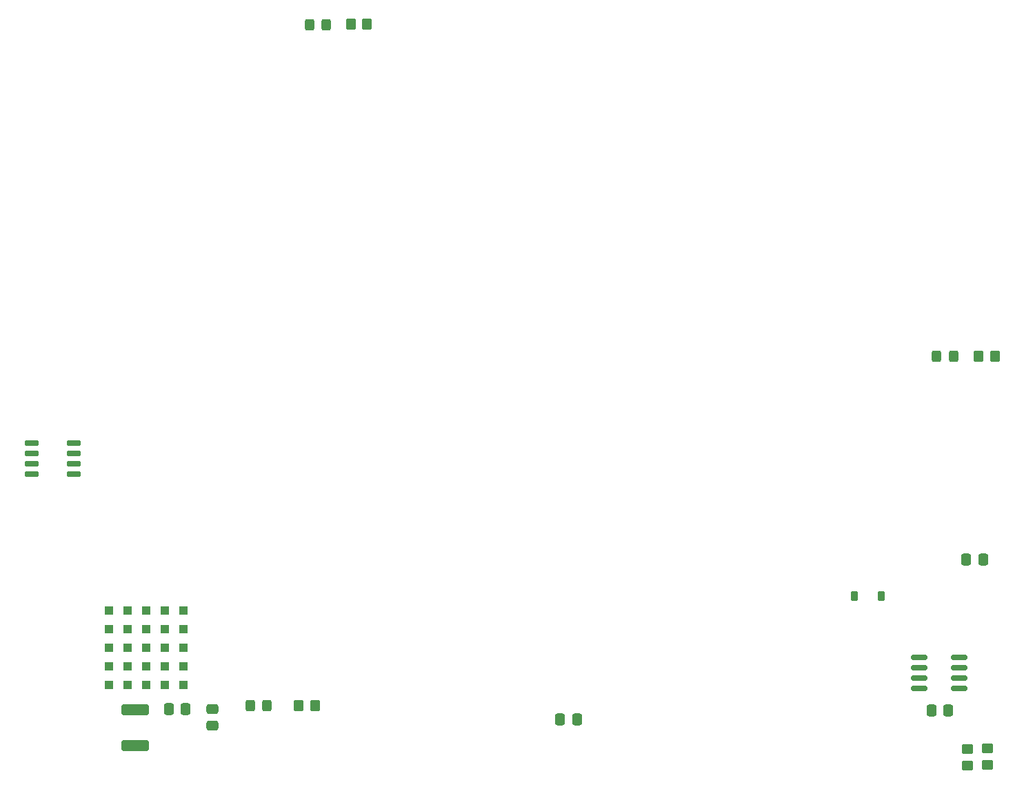
<source format=gbr>
%TF.GenerationSoftware,KiCad,Pcbnew,7.0.8*%
%TF.CreationDate,2024-05-08T13:20:20-04:00*%
%TF.ProjectId,PowerBoard_2024,506f7765-7242-46f6-9172-645f32303234,rev?*%
%TF.SameCoordinates,Original*%
%TF.FileFunction,Paste,Top*%
%TF.FilePolarity,Positive*%
%FSLAX46Y46*%
G04 Gerber Fmt 4.6, Leading zero omitted, Abs format (unit mm)*
G04 Created by KiCad (PCBNEW 7.0.8) date 2024-05-08 13:20:20*
%MOMM*%
%LPD*%
G01*
G04 APERTURE LIST*
G04 Aperture macros list*
%AMRoundRect*
0 Rectangle with rounded corners*
0 $1 Rounding radius*
0 $2 $3 $4 $5 $6 $7 $8 $9 X,Y pos of 4 corners*
0 Add a 4 corners polygon primitive as box body*
4,1,4,$2,$3,$4,$5,$6,$7,$8,$9,$2,$3,0*
0 Add four circle primitives for the rounded corners*
1,1,$1+$1,$2,$3*
1,1,$1+$1,$4,$5*
1,1,$1+$1,$6,$7*
1,1,$1+$1,$8,$9*
0 Add four rect primitives between the rounded corners*
20,1,$1+$1,$2,$3,$4,$5,0*
20,1,$1+$1,$4,$5,$6,$7,0*
20,1,$1+$1,$6,$7,$8,$9,0*
20,1,$1+$1,$8,$9,$2,$3,0*%
G04 Aperture macros list end*
%ADD10RoundRect,0.250000X0.475000X-0.337500X0.475000X0.337500X-0.475000X0.337500X-0.475000X-0.337500X0*%
%ADD11RoundRect,0.250000X-0.325000X-0.450000X0.325000X-0.450000X0.325000X0.450000X-0.325000X0.450000X0*%
%ADD12RoundRect,0.250000X0.350000X0.450000X-0.350000X0.450000X-0.350000X-0.450000X0.350000X-0.450000X0*%
%ADD13RoundRect,0.250000X-0.450000X0.350000X-0.450000X-0.350000X0.450000X-0.350000X0.450000X0.350000X0*%
%ADD14RoundRect,0.250000X1.450000X-0.400000X1.450000X0.400000X-1.450000X0.400000X-1.450000X-0.400000X0*%
%ADD15RoundRect,0.250000X0.337500X0.475000X-0.337500X0.475000X-0.337500X-0.475000X0.337500X-0.475000X0*%
%ADD16RoundRect,0.250000X-0.337500X-0.475000X0.337500X-0.475000X0.337500X0.475000X-0.337500X0.475000X0*%
%ADD17RoundRect,0.150000X-0.825000X-0.150000X0.825000X-0.150000X0.825000X0.150000X-0.825000X0.150000X0*%
%ADD18RoundRect,0.150000X0.725000X0.150000X-0.725000X0.150000X-0.725000X-0.150000X0.725000X-0.150000X0*%
%ADD19R,1.060000X1.060000*%
%ADD20RoundRect,0.225000X0.225000X0.375000X-0.225000X0.375000X-0.225000X-0.375000X0.225000X-0.375000X0*%
G04 APERTURE END LIST*
D10*
%TO.C,C7*%
X97815400Y-127616900D03*
X97815400Y-125541900D03*
%TD*%
D11*
%TO.C,D3*%
X186706400Y-82180200D03*
X188756400Y-82180200D03*
%TD*%
%TO.C,D1*%
X109693600Y-41438600D03*
X111743600Y-41438600D03*
%TD*%
D12*
%TO.C,R4*%
X110381800Y-125106200D03*
X108381800Y-125106200D03*
%TD*%
D13*
%TO.C,R1*%
X190449200Y-130465600D03*
X190449200Y-132465600D03*
%TD*%
D14*
%TO.C,FB1*%
X88315800Y-130074400D03*
X88315800Y-125624400D03*
%TD*%
D15*
%TO.C,C2*%
X188123700Y-125715800D03*
X186048700Y-125715800D03*
%TD*%
D12*
%TO.C,R5*%
X193873400Y-82205600D03*
X191873400Y-82205600D03*
%TD*%
D15*
%TO.C,C3*%
X192426500Y-107173800D03*
X190351500Y-107173800D03*
%TD*%
D12*
%TO.C,R3*%
X116754800Y-41387800D03*
X114754800Y-41387800D03*
%TD*%
D16*
%TO.C,C1*%
X140487400Y-126833400D03*
X142562400Y-126833400D03*
%TD*%
D13*
%TO.C,R2*%
X192938400Y-130414800D03*
X192938400Y-132414800D03*
%TD*%
D16*
%TO.C,C6*%
X92409100Y-125563400D03*
X94484100Y-125563400D03*
%TD*%
D17*
%TO.C,U2*%
X184545200Y-119238800D03*
X184545200Y-120508800D03*
X184545200Y-121778800D03*
X184545200Y-123048800D03*
X189495200Y-123048800D03*
X189495200Y-121778800D03*
X189495200Y-120508800D03*
X189495200Y-119238800D03*
%TD*%
D11*
%TO.C,D2*%
X102445600Y-125131600D03*
X104495600Y-125131600D03*
%TD*%
D18*
%TO.C,U5*%
X80721200Y-96683600D03*
X80721200Y-95413600D03*
X80721200Y-94143600D03*
X80721200Y-92873600D03*
X75571200Y-92873600D03*
X75571200Y-94143600D03*
X75571200Y-95413600D03*
X75571200Y-96683600D03*
%TD*%
D19*
%TO.C,PS2*%
X85099400Y-122578200D03*
X85099400Y-120288200D03*
X85099400Y-117998200D03*
X85099400Y-115708200D03*
X85099400Y-113418200D03*
X87389400Y-122578200D03*
X87389400Y-120288200D03*
X87389400Y-117998200D03*
X87389400Y-115708200D03*
X87389400Y-113418200D03*
X89679400Y-122578200D03*
X89679400Y-120288200D03*
X89679400Y-117998200D03*
X89679400Y-115708200D03*
X89679400Y-113418200D03*
X91969400Y-122578200D03*
X91969400Y-120288200D03*
X91969400Y-117998200D03*
X91969400Y-115708200D03*
X91969400Y-113418200D03*
X94259400Y-122578200D03*
X94259400Y-120288200D03*
X94259400Y-117998200D03*
X94259400Y-115708200D03*
X94259400Y-113418200D03*
%TD*%
D20*
%TO.C,D5*%
X179881800Y-111695000D03*
X176581800Y-111695000D03*
%TD*%
M02*

</source>
